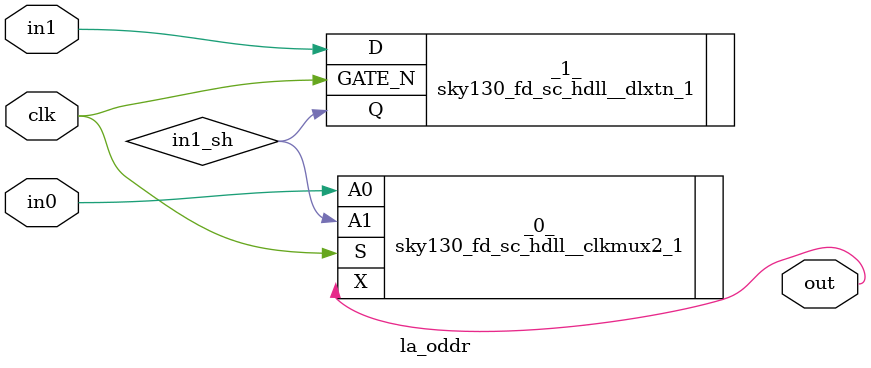
<source format=v>

/* Generated by Yosys 0.44 (git sha1 80ba43d26, g++ 11.4.0-1ubuntu1~22.04 -fPIC -O3) */

(* top =  1  *)
(* src = "generated" *)
(* keep_hierarchy *)
module la_oddr (
    clk,
    in0,
    in1,
    out
);
  (* src = "generated" *)
  input clk;
  wire clk;
  (* src = "generated" *)
  input in0;
  wire in0;
  (* src = "generated" *)
  input in1;
  wire in1;
  (* src = "generated" *)
  wire in1_sh;
  (* src = "generated" *)
  output out;
  wire out;
  sky130_fd_sc_hdll__clkmux2_1 _0_ (
      .A0(in0),
      .A1(in1_sh),
      .S (clk),
      .X (out)
  );
  (* module_not_derived = 32'b00000000000000000000000000000001 *) (* src = "generated" *)
  sky130_fd_sc_hdll__dlxtn_1 _1_ (
      .D(in1),
      .GATE_N(clk),
      .Q(in1_sh)
  );
endmodule

</source>
